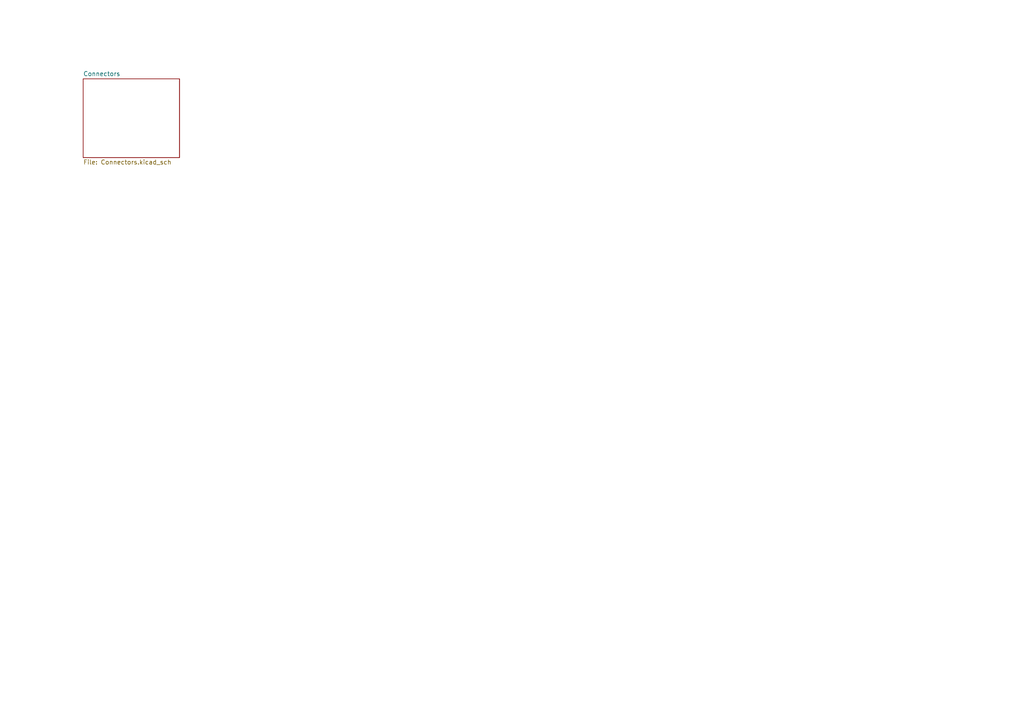
<source format=kicad_sch>
(kicad_sch
	(version 20231120)
	(generator "eeschema")
	(generator_version "8.0")
	(uuid "0b609d63-053d-4947-8bc2-b53c83cfcb53")
	(paper "A4")
	(lib_symbols)
	(sheet
		(at 24.13 22.86)
		(size 27.94 22.86)
		(fields_autoplaced yes)
		(stroke
			(width 0.1524)
			(type solid)
		)
		(fill
			(color 0 0 0 0.0000)
		)
		(uuid "ad869c69-8d32-4ec0-b8bb-9dda93ac11ca")
		(property "Sheetname" "Connectors"
			(at 24.13 22.1484 0)
			(effects
				(font
					(size 1.27 1.27)
				)
				(justify left bottom)
			)
		)
		(property "Sheetfile" "Connectors.kicad_sch"
			(at 24.13 46.3046 0)
			(effects
				(font
					(size 1.27 1.27)
				)
				(justify left top)
			)
		)
		(instances
			(project "X17_Backplane"
				(path "/0b609d63-053d-4947-8bc2-b53c83cfcb53"
					(page "2")
				)
			)
		)
	)
	(sheet_instances
		(path "/"
			(page "1")
		)
	)
)

</source>
